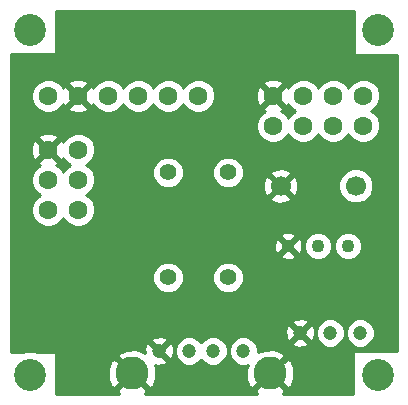
<source format=gbl>
G04 (created by PCBNEW (22-Jun-2014 BZR 4027)-stable) date Wed 03 Feb 2016 19:08:17 GMT*
%MOIN*%
G04 Gerber Fmt 3.4, Leading zero omitted, Abs format*
%FSLAX34Y34*%
G01*
G70*
G90*
G04 APERTURE LIST*
%ADD10C,0.00590551*%
%ADD11C,0.0001*%
%ADD12C,0.0629921*%
%ADD13C,0.055*%
%ADD14C,0.110236*%
%ADD15C,0.0472441*%
%ADD16C,0.0433071*%
%ADD17C,0.0669291*%
%ADD18C,0.106299*%
%ADD19C,0.035*%
%ADD20C,0.01*%
G04 APERTURE END LIST*
G54D10*
G54D11*
G36*
X72122Y-68078D02*
X72165Y-68078D01*
X72165Y-66870D01*
X72165Y-66816D01*
X72165Y-66759D01*
X72165Y-66715D01*
X72166Y-66682D01*
X72167Y-66659D01*
X72169Y-66644D01*
X72171Y-66635D01*
X72174Y-66632D01*
X72184Y-66630D01*
X72205Y-66625D01*
X72236Y-66619D01*
X72275Y-66611D01*
X72319Y-66603D01*
X72348Y-66598D01*
X72394Y-66589D01*
X72436Y-66581D01*
X72471Y-66574D01*
X72497Y-66568D01*
X72512Y-66565D01*
X72516Y-66563D01*
X72520Y-66555D01*
X72529Y-66536D01*
X72541Y-66509D01*
X72555Y-66477D01*
X72570Y-66442D01*
X72585Y-66406D01*
X72599Y-66372D01*
X72611Y-66343D01*
X72619Y-66321D01*
X72624Y-66308D01*
X72624Y-66307D01*
X72620Y-66297D01*
X72610Y-66278D01*
X72594Y-66254D01*
X72579Y-66231D01*
X72535Y-66169D01*
X72500Y-66117D01*
X72473Y-66076D01*
X72453Y-66045D01*
X72440Y-66023D01*
X72434Y-66010D01*
X72433Y-66008D01*
X72438Y-66000D01*
X72451Y-65984D01*
X72471Y-65962D01*
X72497Y-65935D01*
X72525Y-65905D01*
X72556Y-65874D01*
X72587Y-65843D01*
X72616Y-65814D01*
X72642Y-65789D01*
X72663Y-65769D01*
X72678Y-65757D01*
X72684Y-65753D01*
X72692Y-65757D01*
X72710Y-65768D01*
X72736Y-65784D01*
X72768Y-65806D01*
X72806Y-65831D01*
X72836Y-65852D01*
X72877Y-65879D01*
X72913Y-65904D01*
X72944Y-65924D01*
X72968Y-65939D01*
X72984Y-65948D01*
X72989Y-65951D01*
X72999Y-65948D01*
X73020Y-65941D01*
X73048Y-65930D01*
X73081Y-65916D01*
X73117Y-65902D01*
X73152Y-65886D01*
X73184Y-65872D01*
X73211Y-65859D01*
X73230Y-65850D01*
X73239Y-65844D01*
X73239Y-65844D01*
X73242Y-65834D01*
X73247Y-65813D01*
X73253Y-65782D01*
X73261Y-65743D01*
X73269Y-65699D01*
X73274Y-65675D01*
X73282Y-65629D01*
X73291Y-65586D01*
X73298Y-65550D01*
X73304Y-65522D01*
X73308Y-65504D01*
X73309Y-65500D01*
X73312Y-65495D01*
X73315Y-65492D01*
X73322Y-65489D01*
X73333Y-65487D01*
X73350Y-65486D01*
X73375Y-65485D01*
X73410Y-65485D01*
X73456Y-65484D01*
X73492Y-65484D01*
X73543Y-65485D01*
X73588Y-65485D01*
X73625Y-65487D01*
X73653Y-65488D01*
X73669Y-65490D01*
X73673Y-65491D01*
X73675Y-65499D01*
X73680Y-65520D01*
X73686Y-65550D01*
X73694Y-65589D01*
X73702Y-65633D01*
X73709Y-65670D01*
X73718Y-65717D01*
X73727Y-65761D01*
X73735Y-65798D01*
X73742Y-65826D01*
X73747Y-65844D01*
X73750Y-65849D01*
X73760Y-65856D01*
X73780Y-65865D01*
X73808Y-65877D01*
X73841Y-65891D01*
X73877Y-65905D01*
X73912Y-65919D01*
X73945Y-65932D01*
X73973Y-65941D01*
X73993Y-65947D01*
X74002Y-65949D01*
X74010Y-65944D01*
X74029Y-65932D01*
X74055Y-65915D01*
X74088Y-65893D01*
X74126Y-65868D01*
X74152Y-65849D01*
X74192Y-65822D01*
X74227Y-65798D01*
X74258Y-65778D01*
X74282Y-65763D01*
X74296Y-65755D01*
X74300Y-65753D01*
X74308Y-65758D01*
X74324Y-65771D01*
X74346Y-65792D01*
X74374Y-65819D01*
X74407Y-65851D01*
X74432Y-65876D01*
X74473Y-65917D01*
X74505Y-65950D01*
X74528Y-65975D01*
X74542Y-65993D01*
X74550Y-66005D01*
X74551Y-66012D01*
X74546Y-66021D01*
X74535Y-66040D01*
X74517Y-66068D01*
X74495Y-66101D01*
X74470Y-66138D01*
X74455Y-66160D01*
X74429Y-66199D01*
X74405Y-66235D01*
X74385Y-66266D01*
X74371Y-66289D01*
X74363Y-66304D01*
X74362Y-66308D01*
X74365Y-66318D01*
X74372Y-66338D01*
X74383Y-66366D01*
X74397Y-66399D01*
X74411Y-66435D01*
X74426Y-66471D01*
X74441Y-66503D01*
X74453Y-66531D01*
X74463Y-66551D01*
X74468Y-66561D01*
X74468Y-66561D01*
X74477Y-66564D01*
X74497Y-66569D01*
X74527Y-66576D01*
X74565Y-66584D01*
X74609Y-66592D01*
X74638Y-66598D01*
X74685Y-66607D01*
X74727Y-66615D01*
X74763Y-66622D01*
X74791Y-66627D01*
X74808Y-66631D01*
X74812Y-66632D01*
X74815Y-66640D01*
X74818Y-66660D01*
X74819Y-66689D01*
X74821Y-66725D01*
X74822Y-66767D01*
X74822Y-66810D01*
X74822Y-66854D01*
X74822Y-66896D01*
X74820Y-66933D01*
X74818Y-66964D01*
X74816Y-66985D01*
X74813Y-66995D01*
X74813Y-66995D01*
X74803Y-66998D01*
X74782Y-67003D01*
X74752Y-67010D01*
X74713Y-67018D01*
X74669Y-67026D01*
X74645Y-67031D01*
X74600Y-67039D01*
X74558Y-67048D01*
X74523Y-67056D01*
X74497Y-67062D01*
X74481Y-67067D01*
X74478Y-67069D01*
X74473Y-67078D01*
X74464Y-67098D01*
X74452Y-67126D01*
X74437Y-67159D01*
X74423Y-67196D01*
X74408Y-67233D01*
X74394Y-67268D01*
X74382Y-67298D01*
X74374Y-67322D01*
X74370Y-67336D01*
X74369Y-67338D01*
X74373Y-67346D01*
X74384Y-67364D01*
X74401Y-67390D01*
X74422Y-67422D01*
X74447Y-67459D01*
X74461Y-67479D01*
X74488Y-67518D01*
X74511Y-67553D01*
X74530Y-67584D01*
X74544Y-67607D01*
X74552Y-67621D01*
X74553Y-67625D01*
X74548Y-67632D01*
X74535Y-67648D01*
X74515Y-67670D01*
X74490Y-67697D01*
X74461Y-67727D01*
X74431Y-67758D01*
X74400Y-67789D01*
X74371Y-67818D01*
X74345Y-67843D01*
X74324Y-67863D01*
X74310Y-67876D01*
X74303Y-67880D01*
X74296Y-67876D01*
X74279Y-67866D01*
X74254Y-67849D01*
X74222Y-67828D01*
X74186Y-67803D01*
X74164Y-67788D01*
X74125Y-67762D01*
X74090Y-67739D01*
X74060Y-67719D01*
X74037Y-67705D01*
X74023Y-67697D01*
X74020Y-67696D01*
X74010Y-67699D01*
X73991Y-67708D01*
X73966Y-67720D01*
X73949Y-67729D01*
X73919Y-67744D01*
X73899Y-67753D01*
X73884Y-67753D01*
X73873Y-67744D01*
X73863Y-67725D01*
X73850Y-67693D01*
X73848Y-67689D01*
X73840Y-67670D01*
X73828Y-67639D01*
X73812Y-67600D01*
X73793Y-67553D01*
X73771Y-67502D01*
X73749Y-67447D01*
X73734Y-67412D01*
X73712Y-67359D01*
X73692Y-67309D01*
X73675Y-67266D01*
X73660Y-67229D01*
X73649Y-67201D01*
X73643Y-67183D01*
X73641Y-67178D01*
X73647Y-67169D01*
X73661Y-67155D01*
X73682Y-67138D01*
X73691Y-67131D01*
X73750Y-67082D01*
X73795Y-67030D01*
X73828Y-66975D01*
X73849Y-66915D01*
X73859Y-66848D01*
X73860Y-66812D01*
X73854Y-66740D01*
X73835Y-66674D01*
X73802Y-66613D01*
X73757Y-66558D01*
X73740Y-66542D01*
X73683Y-66500D01*
X73621Y-66470D01*
X73556Y-66452D01*
X73490Y-66447D01*
X73423Y-66453D01*
X73359Y-66472D01*
X73298Y-66502D01*
X73243Y-66545D01*
X73224Y-66563D01*
X73179Y-66620D01*
X73148Y-66680D01*
X73129Y-66745D01*
X73123Y-66816D01*
X73123Y-66817D01*
X73130Y-66888D01*
X73149Y-66955D01*
X73181Y-67016D01*
X73227Y-67072D01*
X73285Y-67124D01*
X73301Y-67136D01*
X73322Y-67152D01*
X73337Y-67166D01*
X73344Y-67176D01*
X73345Y-67177D01*
X73342Y-67187D01*
X73335Y-67207D01*
X73324Y-67234D01*
X73311Y-67266D01*
X73310Y-67270D01*
X73298Y-67299D01*
X73281Y-67338D01*
X73262Y-67385D01*
X73240Y-67437D01*
X73217Y-67492D01*
X73195Y-67547D01*
X73193Y-67551D01*
X73172Y-67601D01*
X73153Y-67646D01*
X73136Y-67686D01*
X73122Y-67718D01*
X73112Y-67741D01*
X73106Y-67754D01*
X73105Y-67755D01*
X73096Y-67755D01*
X73078Y-67748D01*
X73052Y-67737D01*
X73036Y-67729D01*
X73008Y-67715D01*
X72985Y-67704D01*
X72969Y-67697D01*
X72964Y-67696D01*
X72956Y-67700D01*
X72938Y-67711D01*
X72912Y-67727D01*
X72880Y-67748D01*
X72844Y-67773D01*
X72833Y-67780D01*
X72796Y-67806D01*
X72761Y-67829D01*
X72732Y-67849D01*
X72710Y-67863D01*
X72697Y-67872D01*
X72695Y-67873D01*
X72689Y-67875D01*
X72683Y-67874D01*
X72675Y-67870D01*
X72663Y-67862D01*
X72647Y-67847D01*
X72624Y-67826D01*
X72595Y-67797D01*
X72556Y-67759D01*
X72556Y-67759D01*
X72520Y-67722D01*
X72488Y-67689D01*
X72463Y-67662D01*
X72444Y-67640D01*
X72435Y-67627D01*
X72433Y-67624D01*
X72437Y-67614D01*
X72448Y-67595D01*
X72464Y-67568D01*
X72486Y-67535D01*
X72511Y-67498D01*
X72525Y-67477D01*
X72551Y-67439D01*
X72574Y-67404D01*
X72594Y-67375D01*
X72608Y-67353D01*
X72616Y-67340D01*
X72617Y-67338D01*
X72614Y-67329D01*
X72607Y-67309D01*
X72596Y-67282D01*
X72584Y-67249D01*
X72569Y-67213D01*
X72554Y-67177D01*
X72540Y-67142D01*
X72527Y-67111D01*
X72517Y-67088D01*
X72510Y-67074D01*
X72509Y-67072D01*
X72503Y-67067D01*
X72490Y-67063D01*
X72470Y-67057D01*
X72441Y-67050D01*
X72403Y-67042D01*
X72353Y-67033D01*
X72291Y-67021D01*
X72253Y-67014D01*
X72223Y-67009D01*
X72198Y-67004D01*
X72181Y-67000D01*
X72177Y-66999D01*
X72173Y-66997D01*
X72170Y-66993D01*
X72168Y-66983D01*
X72167Y-66968D01*
X72166Y-66945D01*
X72165Y-66913D01*
X72165Y-66870D01*
X72165Y-68078D01*
X73500Y-68078D01*
X74878Y-68078D01*
X74878Y-66700D01*
X74878Y-65322D01*
X73500Y-65322D01*
X72122Y-65322D01*
X72122Y-66700D01*
X72122Y-68078D01*
X72122Y-68078D01*
X72122Y-68078D01*
G37*
G36*
X72322Y-67928D02*
X72365Y-67928D01*
X72365Y-66720D01*
X72365Y-66666D01*
X72365Y-66609D01*
X72365Y-66565D01*
X72366Y-66532D01*
X72367Y-66509D01*
X72369Y-66494D01*
X72371Y-66485D01*
X72374Y-66482D01*
X72384Y-66480D01*
X72405Y-66475D01*
X72436Y-66469D01*
X72475Y-66461D01*
X72519Y-66453D01*
X72548Y-66448D01*
X72594Y-66439D01*
X72636Y-66431D01*
X72671Y-66424D01*
X72697Y-66418D01*
X72712Y-66415D01*
X72716Y-66413D01*
X72720Y-66405D01*
X72729Y-66386D01*
X72741Y-66359D01*
X72755Y-66327D01*
X72770Y-66292D01*
X72785Y-66256D01*
X72799Y-66222D01*
X72811Y-66193D01*
X72819Y-66171D01*
X72824Y-66158D01*
X72824Y-66157D01*
X72820Y-66147D01*
X72810Y-66128D01*
X72794Y-66104D01*
X72779Y-66081D01*
X72735Y-66019D01*
X72700Y-65967D01*
X72673Y-65926D01*
X72653Y-65895D01*
X72640Y-65873D01*
X72634Y-65860D01*
X72633Y-65858D01*
X72638Y-65850D01*
X72651Y-65834D01*
X72671Y-65812D01*
X72697Y-65785D01*
X72725Y-65755D01*
X72756Y-65724D01*
X72787Y-65693D01*
X72816Y-65664D01*
X72842Y-65639D01*
X72863Y-65619D01*
X72878Y-65607D01*
X72884Y-65603D01*
X72892Y-65607D01*
X72910Y-65618D01*
X72936Y-65634D01*
X72968Y-65656D01*
X73006Y-65681D01*
X73036Y-65702D01*
X73077Y-65729D01*
X73113Y-65754D01*
X73144Y-65774D01*
X73168Y-65789D01*
X73184Y-65798D01*
X73189Y-65801D01*
X73199Y-65798D01*
X73220Y-65791D01*
X73248Y-65780D01*
X73281Y-65766D01*
X73317Y-65752D01*
X73352Y-65736D01*
X73384Y-65722D01*
X73411Y-65709D01*
X73430Y-65700D01*
X73439Y-65694D01*
X73439Y-65694D01*
X73442Y-65684D01*
X73447Y-65663D01*
X73453Y-65632D01*
X73461Y-65593D01*
X73469Y-65549D01*
X73474Y-65525D01*
X73482Y-65479D01*
X73491Y-65436D01*
X73498Y-65400D01*
X73504Y-65372D01*
X73508Y-65354D01*
X73509Y-65350D01*
X73512Y-65345D01*
X73515Y-65342D01*
X73522Y-65339D01*
X73533Y-65337D01*
X73550Y-65336D01*
X73575Y-65335D01*
X73610Y-65335D01*
X73656Y-65334D01*
X73692Y-65334D01*
X73743Y-65335D01*
X73788Y-65335D01*
X73825Y-65337D01*
X73853Y-65338D01*
X73869Y-65340D01*
X73873Y-65341D01*
X73875Y-65349D01*
X73880Y-65370D01*
X73886Y-65400D01*
X73894Y-65439D01*
X73902Y-65483D01*
X73909Y-65520D01*
X73918Y-65567D01*
X73927Y-65611D01*
X73935Y-65648D01*
X73942Y-65676D01*
X73947Y-65694D01*
X73950Y-65699D01*
X73960Y-65706D01*
X73980Y-65715D01*
X74008Y-65727D01*
X74041Y-65741D01*
X74077Y-65755D01*
X74112Y-65769D01*
X74145Y-65782D01*
X74173Y-65791D01*
X74193Y-65797D01*
X74202Y-65799D01*
X74210Y-65794D01*
X74229Y-65782D01*
X74255Y-65765D01*
X74288Y-65743D01*
X74326Y-65718D01*
X74352Y-65699D01*
X74392Y-65672D01*
X74427Y-65648D01*
X74458Y-65628D01*
X74482Y-65613D01*
X74496Y-65605D01*
X74500Y-65603D01*
X74508Y-65608D01*
X74524Y-65621D01*
X74546Y-65642D01*
X74574Y-65669D01*
X74607Y-65701D01*
X74632Y-65726D01*
X74673Y-65767D01*
X74705Y-65800D01*
X74728Y-65825D01*
X74742Y-65843D01*
X74750Y-65855D01*
X74751Y-65862D01*
X74746Y-65871D01*
X74735Y-65890D01*
X74717Y-65918D01*
X74695Y-65951D01*
X74670Y-65988D01*
X74655Y-66010D01*
X74629Y-66049D01*
X74605Y-66085D01*
X74585Y-66116D01*
X74571Y-66139D01*
X74563Y-66154D01*
X74562Y-66158D01*
X74565Y-66168D01*
X74572Y-66188D01*
X74583Y-66216D01*
X74597Y-66249D01*
X74611Y-66285D01*
X74626Y-66321D01*
X74641Y-66353D01*
X74653Y-66381D01*
X74663Y-66401D01*
X74668Y-66411D01*
X74668Y-66411D01*
X74677Y-66414D01*
X74697Y-66419D01*
X74727Y-66426D01*
X74765Y-66434D01*
X74809Y-66442D01*
X74838Y-66448D01*
X74885Y-66457D01*
X74927Y-66465D01*
X74963Y-66472D01*
X74991Y-66477D01*
X75008Y-66481D01*
X75012Y-66482D01*
X75015Y-66490D01*
X75018Y-66510D01*
X75019Y-66539D01*
X75021Y-66575D01*
X75022Y-66617D01*
X75022Y-66660D01*
X75022Y-66704D01*
X75022Y-66746D01*
X75020Y-66783D01*
X75018Y-66814D01*
X75016Y-66835D01*
X75013Y-66845D01*
X75013Y-66845D01*
X75003Y-66848D01*
X74982Y-66853D01*
X74952Y-66860D01*
X74913Y-66868D01*
X74869Y-66876D01*
X74845Y-66881D01*
X74800Y-66889D01*
X74758Y-66898D01*
X74723Y-66906D01*
X74697Y-66912D01*
X74681Y-66917D01*
X74678Y-66919D01*
X74673Y-66928D01*
X74664Y-66948D01*
X74652Y-66976D01*
X74637Y-67009D01*
X74623Y-67046D01*
X74608Y-67083D01*
X74594Y-67118D01*
X74582Y-67148D01*
X74574Y-67172D01*
X74570Y-67186D01*
X74569Y-67188D01*
X74573Y-67196D01*
X74584Y-67214D01*
X74601Y-67240D01*
X74622Y-67272D01*
X74647Y-67309D01*
X74661Y-67329D01*
X74688Y-67368D01*
X74711Y-67403D01*
X74730Y-67434D01*
X74744Y-67457D01*
X74752Y-67471D01*
X74753Y-67475D01*
X74748Y-67482D01*
X74735Y-67498D01*
X74715Y-67520D01*
X74690Y-67547D01*
X74661Y-67577D01*
X74631Y-67608D01*
X74600Y-67639D01*
X74571Y-67668D01*
X74545Y-67693D01*
X74524Y-67713D01*
X74510Y-67726D01*
X74503Y-67730D01*
X74496Y-67726D01*
X74479Y-67716D01*
X74454Y-67699D01*
X74422Y-67678D01*
X74386Y-67653D01*
X74364Y-67638D01*
X74325Y-67612D01*
X74290Y-67589D01*
X74260Y-67569D01*
X74237Y-67555D01*
X74223Y-67547D01*
X74220Y-67546D01*
X74210Y-67549D01*
X74191Y-67558D01*
X74166Y-67570D01*
X74149Y-67579D01*
X74119Y-67594D01*
X74099Y-67603D01*
X74084Y-67603D01*
X74073Y-67594D01*
X74063Y-67575D01*
X74050Y-67543D01*
X74048Y-67539D01*
X74040Y-67520D01*
X74028Y-67489D01*
X74012Y-67450D01*
X73993Y-67403D01*
X73971Y-67352D01*
X73949Y-67297D01*
X73934Y-67262D01*
X73912Y-67209D01*
X73892Y-67159D01*
X73875Y-67116D01*
X73860Y-67079D01*
X73849Y-67051D01*
X73843Y-67033D01*
X73841Y-67028D01*
X73847Y-67019D01*
X73861Y-67005D01*
X73882Y-66988D01*
X73891Y-66981D01*
X73950Y-66932D01*
X73995Y-66880D01*
X74028Y-66825D01*
X74049Y-66765D01*
X74059Y-66698D01*
X74060Y-66662D01*
X74054Y-66590D01*
X74035Y-66524D01*
X74002Y-66463D01*
X73957Y-66408D01*
X73940Y-66392D01*
X73883Y-66350D01*
X73821Y-66320D01*
X73756Y-66302D01*
X73690Y-66297D01*
X73623Y-66303D01*
X73559Y-66322D01*
X73498Y-66352D01*
X73443Y-66395D01*
X73424Y-66413D01*
X73379Y-66470D01*
X73348Y-66530D01*
X73329Y-66595D01*
X73323Y-66666D01*
X73323Y-66667D01*
X73330Y-66738D01*
X73349Y-66805D01*
X73381Y-66866D01*
X73427Y-66922D01*
X73485Y-66974D01*
X73501Y-66986D01*
X73522Y-67002D01*
X73537Y-67016D01*
X73544Y-67026D01*
X73545Y-67027D01*
X73542Y-67037D01*
X73535Y-67057D01*
X73524Y-67084D01*
X73511Y-67116D01*
X73510Y-67120D01*
X73498Y-67149D01*
X73481Y-67188D01*
X73462Y-67235D01*
X73440Y-67287D01*
X73417Y-67342D01*
X73395Y-67397D01*
X73393Y-67401D01*
X73372Y-67451D01*
X73353Y-67496D01*
X73336Y-67536D01*
X73322Y-67568D01*
X73312Y-67591D01*
X73306Y-67604D01*
X73305Y-67605D01*
X73296Y-67605D01*
X73278Y-67598D01*
X73252Y-67587D01*
X73236Y-67579D01*
X73208Y-67565D01*
X73185Y-67554D01*
X73169Y-67547D01*
X73164Y-67546D01*
X73156Y-67550D01*
X73138Y-67561D01*
X73112Y-67577D01*
X73080Y-67598D01*
X73044Y-67623D01*
X73033Y-67630D01*
X72996Y-67656D01*
X72961Y-67679D01*
X72932Y-67699D01*
X72910Y-67713D01*
X72897Y-67722D01*
X72895Y-67723D01*
X72889Y-67725D01*
X72883Y-67724D01*
X72875Y-67720D01*
X72863Y-67712D01*
X72847Y-67697D01*
X72824Y-67676D01*
X72795Y-67647D01*
X72756Y-67609D01*
X72756Y-67609D01*
X72720Y-67572D01*
X72688Y-67539D01*
X72663Y-67512D01*
X72644Y-67490D01*
X72635Y-67477D01*
X72633Y-67474D01*
X72637Y-67464D01*
X72648Y-67445D01*
X72664Y-67418D01*
X72686Y-67385D01*
X72711Y-67348D01*
X72725Y-67327D01*
X72751Y-67289D01*
X72774Y-67254D01*
X72794Y-67225D01*
X72808Y-67203D01*
X72816Y-67190D01*
X72817Y-67188D01*
X72814Y-67179D01*
X72807Y-67159D01*
X72796Y-67132D01*
X72784Y-67099D01*
X72769Y-67063D01*
X72754Y-67027D01*
X72740Y-66992D01*
X72727Y-66961D01*
X72717Y-66938D01*
X72710Y-66924D01*
X72709Y-66922D01*
X72703Y-66917D01*
X72690Y-66913D01*
X72670Y-66907D01*
X72641Y-66900D01*
X72603Y-66892D01*
X72553Y-66883D01*
X72491Y-66871D01*
X72453Y-66864D01*
X72423Y-66859D01*
X72398Y-66854D01*
X72381Y-66850D01*
X72377Y-66849D01*
X72373Y-66847D01*
X72370Y-66843D01*
X72368Y-66833D01*
X72367Y-66818D01*
X72366Y-66795D01*
X72365Y-66763D01*
X72365Y-66720D01*
X72365Y-67928D01*
X73700Y-67928D01*
X75078Y-67928D01*
X75078Y-66550D01*
X75078Y-65172D01*
X73700Y-65172D01*
X72322Y-65172D01*
X72322Y-66550D01*
X72322Y-67928D01*
X72322Y-67928D01*
X72322Y-67928D01*
G37*
G54D12*
X82000Y-61000D03*
X82000Y-60000D03*
X81000Y-60000D03*
X81000Y-61000D03*
X80000Y-61000D03*
X80000Y-60000D03*
X83000Y-60000D03*
X83000Y-61000D03*
G54D13*
X78500Y-66050D03*
X78500Y-62550D03*
X76500Y-62550D03*
X76500Y-66050D03*
G54D12*
X75500Y-60000D03*
X74500Y-60000D03*
X73500Y-60000D03*
X72500Y-60000D03*
X76500Y-60000D03*
X77500Y-60000D03*
G54D14*
X75300Y-69250D03*
X79900Y-69250D03*
G54D15*
X76200Y-68500D03*
X77200Y-68500D03*
X78000Y-68500D03*
X79000Y-68500D03*
G54D12*
X72500Y-63800D03*
X72500Y-62800D03*
X72500Y-61800D03*
X73500Y-63800D03*
X73500Y-62800D03*
X73500Y-61800D03*
G54D16*
X81500Y-65000D03*
X80500Y-65000D03*
X82500Y-65000D03*
G54D17*
X82750Y-63000D03*
X80250Y-63000D03*
G54D15*
X81900Y-67900D03*
X80900Y-67900D03*
X82900Y-67900D03*
G54D18*
X83500Y-57800D03*
X71900Y-69300D03*
X71900Y-57800D03*
X83500Y-69300D03*
G54D19*
X71850Y-66800D03*
G54D10*
G36*
X84130Y-68500D02*
X83565Y-68500D01*
X83565Y-60888D01*
X83479Y-60680D01*
X83320Y-60521D01*
X83269Y-60500D01*
X83319Y-60479D01*
X83478Y-60320D01*
X83564Y-60112D01*
X83565Y-59888D01*
X83479Y-59680D01*
X83320Y-59521D01*
X83112Y-59435D01*
X82888Y-59434D01*
X82680Y-59520D01*
X82521Y-59679D01*
X82500Y-59730D01*
X82479Y-59680D01*
X82320Y-59521D01*
X82112Y-59435D01*
X81888Y-59434D01*
X81680Y-59520D01*
X81521Y-59679D01*
X81500Y-59730D01*
X81479Y-59680D01*
X81320Y-59521D01*
X81112Y-59435D01*
X80888Y-59434D01*
X80680Y-59520D01*
X80521Y-59679D01*
X80502Y-59724D01*
X80493Y-59703D01*
X80396Y-59673D01*
X80326Y-59744D01*
X80326Y-59603D01*
X80296Y-59506D01*
X80085Y-59430D01*
X79860Y-59441D01*
X79703Y-59506D01*
X79673Y-59603D01*
X80000Y-59929D01*
X80326Y-59603D01*
X80326Y-59744D01*
X80070Y-60000D01*
X80396Y-60326D01*
X80493Y-60296D01*
X80501Y-60273D01*
X80520Y-60319D01*
X80679Y-60478D01*
X80730Y-60499D01*
X80680Y-60520D01*
X80521Y-60679D01*
X80500Y-60730D01*
X80479Y-60680D01*
X80320Y-60521D01*
X80275Y-60502D01*
X80296Y-60493D01*
X80326Y-60396D01*
X80000Y-60070D01*
X79929Y-60141D01*
X79929Y-60000D01*
X79603Y-59673D01*
X79506Y-59703D01*
X79430Y-59914D01*
X79441Y-60139D01*
X79506Y-60296D01*
X79603Y-60326D01*
X79929Y-60000D01*
X79929Y-60141D01*
X79673Y-60396D01*
X79703Y-60493D01*
X79726Y-60501D01*
X79680Y-60520D01*
X79521Y-60679D01*
X79435Y-60887D01*
X79434Y-61111D01*
X79520Y-61319D01*
X79679Y-61478D01*
X79887Y-61564D01*
X80111Y-61565D01*
X80319Y-61479D01*
X80478Y-61320D01*
X80499Y-61269D01*
X80520Y-61319D01*
X80679Y-61478D01*
X80887Y-61564D01*
X81111Y-61565D01*
X81319Y-61479D01*
X81478Y-61320D01*
X81499Y-61269D01*
X81520Y-61319D01*
X81679Y-61478D01*
X81887Y-61564D01*
X82111Y-61565D01*
X82319Y-61479D01*
X82478Y-61320D01*
X82499Y-61269D01*
X82520Y-61319D01*
X82679Y-61478D01*
X82887Y-61564D01*
X83111Y-61565D01*
X83319Y-61479D01*
X83478Y-61320D01*
X83564Y-61112D01*
X83565Y-60888D01*
X83565Y-68500D01*
X83386Y-68500D01*
X83386Y-67803D01*
X83334Y-67678D01*
X83334Y-62884D01*
X83245Y-62669D01*
X83081Y-62504D01*
X82866Y-62415D01*
X82634Y-62415D01*
X82419Y-62504D01*
X82254Y-62668D01*
X82165Y-62883D01*
X82165Y-63115D01*
X82254Y-63330D01*
X82418Y-63495D01*
X82633Y-63584D01*
X82865Y-63584D01*
X83080Y-63495D01*
X83245Y-63331D01*
X83334Y-63116D01*
X83334Y-62884D01*
X83334Y-67678D01*
X83312Y-67624D01*
X83175Y-67488D01*
X82997Y-67413D01*
X82966Y-67413D01*
X82966Y-64907D01*
X82895Y-64736D01*
X82764Y-64604D01*
X82593Y-64533D01*
X82407Y-64533D01*
X82236Y-64604D01*
X82104Y-64735D01*
X82033Y-64906D01*
X82033Y-65092D01*
X82104Y-65263D01*
X82235Y-65395D01*
X82406Y-65466D01*
X82592Y-65466D01*
X82763Y-65395D01*
X82895Y-65264D01*
X82966Y-65093D01*
X82966Y-64907D01*
X82966Y-67413D01*
X82803Y-67413D01*
X82624Y-67487D01*
X82488Y-67624D01*
X82413Y-67802D01*
X82413Y-67996D01*
X82487Y-68175D01*
X82624Y-68311D01*
X82802Y-68386D01*
X82996Y-68386D01*
X83175Y-68312D01*
X83311Y-68175D01*
X83386Y-67997D01*
X83386Y-67803D01*
X83386Y-68500D01*
X82650Y-68500D01*
X82650Y-69930D01*
X82386Y-69930D01*
X82386Y-67803D01*
X82312Y-67624D01*
X82175Y-67488D01*
X81997Y-67413D01*
X81966Y-67413D01*
X81966Y-64907D01*
X81895Y-64736D01*
X81764Y-64604D01*
X81593Y-64533D01*
X81407Y-64533D01*
X81236Y-64604D01*
X81104Y-64735D01*
X81033Y-64906D01*
X81033Y-65092D01*
X81104Y-65263D01*
X81235Y-65395D01*
X81406Y-65466D01*
X81592Y-65466D01*
X81763Y-65395D01*
X81895Y-65264D01*
X81966Y-65093D01*
X81966Y-64907D01*
X81966Y-67413D01*
X81803Y-67413D01*
X81624Y-67487D01*
X81488Y-67624D01*
X81413Y-67802D01*
X81413Y-67996D01*
X81487Y-68175D01*
X81624Y-68311D01*
X81802Y-68386D01*
X81996Y-68386D01*
X82175Y-68312D01*
X82311Y-68175D01*
X82386Y-67997D01*
X82386Y-67803D01*
X82386Y-69930D01*
X81391Y-69930D01*
X81391Y-67966D01*
X81379Y-67773D01*
X81328Y-67650D01*
X81239Y-67631D01*
X81168Y-67701D01*
X81168Y-67560D01*
X81149Y-67471D01*
X80971Y-67410D01*
X80971Y-65061D01*
X80959Y-64876D01*
X80912Y-64762D01*
X80839Y-64748D01*
X80839Y-63090D01*
X80828Y-62857D01*
X80759Y-62691D01*
X80661Y-62659D01*
X80590Y-62730D01*
X80590Y-62588D01*
X80558Y-62490D01*
X80340Y-62410D01*
X80107Y-62421D01*
X79941Y-62490D01*
X79909Y-62588D01*
X80250Y-62929D01*
X80590Y-62588D01*
X80590Y-62730D01*
X80320Y-63000D01*
X80661Y-63340D01*
X80759Y-63308D01*
X80839Y-63090D01*
X80839Y-64748D01*
X80825Y-64745D01*
X80754Y-64816D01*
X80754Y-64674D01*
X80737Y-64587D01*
X80590Y-64538D01*
X80590Y-63411D01*
X80250Y-63070D01*
X80179Y-63141D01*
X80179Y-63000D01*
X79838Y-62659D01*
X79740Y-62691D01*
X79660Y-62909D01*
X79671Y-63142D01*
X79740Y-63308D01*
X79838Y-63340D01*
X80179Y-63000D01*
X80179Y-63141D01*
X79909Y-63411D01*
X79941Y-63509D01*
X80159Y-63589D01*
X80392Y-63578D01*
X80558Y-63509D01*
X80590Y-63411D01*
X80590Y-64538D01*
X80561Y-64528D01*
X80376Y-64540D01*
X80262Y-64587D01*
X80245Y-64674D01*
X80500Y-64929D01*
X80754Y-64674D01*
X80754Y-64816D01*
X80570Y-65000D01*
X80825Y-65254D01*
X80912Y-65237D01*
X80971Y-65061D01*
X80971Y-67410D01*
X80966Y-67408D01*
X80773Y-67420D01*
X80754Y-67428D01*
X80754Y-65325D01*
X80500Y-65070D01*
X80429Y-65141D01*
X80429Y-65000D01*
X80174Y-64745D01*
X80087Y-64762D01*
X80028Y-64938D01*
X80040Y-65123D01*
X80087Y-65237D01*
X80174Y-65254D01*
X80429Y-65000D01*
X80429Y-65141D01*
X80245Y-65325D01*
X80262Y-65412D01*
X80438Y-65471D01*
X80623Y-65459D01*
X80737Y-65412D01*
X80754Y-65325D01*
X80754Y-67428D01*
X80650Y-67471D01*
X80631Y-67560D01*
X80900Y-67829D01*
X81168Y-67560D01*
X81168Y-67701D01*
X80970Y-67900D01*
X81239Y-68168D01*
X81328Y-68149D01*
X81391Y-67966D01*
X81391Y-69930D01*
X81168Y-69930D01*
X81168Y-68239D01*
X80900Y-67970D01*
X80829Y-68041D01*
X80829Y-67900D01*
X80560Y-67631D01*
X80471Y-67650D01*
X80408Y-67833D01*
X80420Y-68026D01*
X80471Y-68149D01*
X80560Y-68168D01*
X80829Y-67900D01*
X80829Y-68041D01*
X80631Y-68239D01*
X80650Y-68328D01*
X80833Y-68391D01*
X81026Y-68379D01*
X81149Y-68328D01*
X81168Y-68239D01*
X81168Y-69930D01*
X80704Y-69930D01*
X80704Y-69391D01*
X80697Y-69073D01*
X80589Y-68811D01*
X80467Y-68753D01*
X80396Y-68823D01*
X80396Y-68682D01*
X80338Y-68560D01*
X80041Y-68445D01*
X79723Y-68452D01*
X79486Y-68550D01*
X79486Y-68403D01*
X79412Y-68224D01*
X79275Y-68088D01*
X79097Y-68013D01*
X79025Y-68013D01*
X79025Y-65946D01*
X79025Y-62446D01*
X78945Y-62253D01*
X78797Y-62105D01*
X78604Y-62025D01*
X78396Y-62024D01*
X78203Y-62104D01*
X78065Y-62242D01*
X78065Y-59888D01*
X77979Y-59680D01*
X77820Y-59521D01*
X77612Y-59435D01*
X77388Y-59434D01*
X77180Y-59520D01*
X77021Y-59679D01*
X77000Y-59730D01*
X76979Y-59680D01*
X76820Y-59521D01*
X76612Y-59435D01*
X76388Y-59434D01*
X76180Y-59520D01*
X76021Y-59679D01*
X76000Y-59730D01*
X75979Y-59680D01*
X75820Y-59521D01*
X75612Y-59435D01*
X75388Y-59434D01*
X75180Y-59520D01*
X75021Y-59679D01*
X75000Y-59730D01*
X74979Y-59680D01*
X74820Y-59521D01*
X74612Y-59435D01*
X74388Y-59434D01*
X74180Y-59520D01*
X74021Y-59679D01*
X74002Y-59724D01*
X73993Y-59703D01*
X73896Y-59673D01*
X73826Y-59744D01*
X73826Y-59603D01*
X73796Y-59506D01*
X73585Y-59430D01*
X73360Y-59441D01*
X73203Y-59506D01*
X73173Y-59603D01*
X73500Y-59929D01*
X73826Y-59603D01*
X73826Y-59744D01*
X73570Y-60000D01*
X73896Y-60326D01*
X73993Y-60296D01*
X74001Y-60273D01*
X74020Y-60319D01*
X74179Y-60478D01*
X74387Y-60564D01*
X74611Y-60565D01*
X74819Y-60479D01*
X74978Y-60320D01*
X74999Y-60269D01*
X75020Y-60319D01*
X75179Y-60478D01*
X75387Y-60564D01*
X75611Y-60565D01*
X75819Y-60479D01*
X75978Y-60320D01*
X75999Y-60269D01*
X76020Y-60319D01*
X76179Y-60478D01*
X76387Y-60564D01*
X76611Y-60565D01*
X76819Y-60479D01*
X76978Y-60320D01*
X76999Y-60269D01*
X77020Y-60319D01*
X77179Y-60478D01*
X77387Y-60564D01*
X77611Y-60565D01*
X77819Y-60479D01*
X77978Y-60320D01*
X78064Y-60112D01*
X78065Y-59888D01*
X78065Y-62242D01*
X78055Y-62252D01*
X77975Y-62445D01*
X77974Y-62653D01*
X78054Y-62847D01*
X78202Y-62994D01*
X78395Y-63074D01*
X78603Y-63075D01*
X78797Y-62995D01*
X78944Y-62847D01*
X79024Y-62654D01*
X79025Y-62446D01*
X79025Y-65946D01*
X78945Y-65753D01*
X78797Y-65605D01*
X78604Y-65525D01*
X78396Y-65524D01*
X78203Y-65604D01*
X78055Y-65752D01*
X77975Y-65945D01*
X77974Y-66153D01*
X78054Y-66347D01*
X78202Y-66494D01*
X78395Y-66574D01*
X78603Y-66575D01*
X78797Y-66495D01*
X78944Y-66347D01*
X79024Y-66154D01*
X79025Y-65946D01*
X79025Y-68013D01*
X78903Y-68013D01*
X78724Y-68087D01*
X78588Y-68224D01*
X78513Y-68402D01*
X78513Y-68596D01*
X78587Y-68775D01*
X78724Y-68911D01*
X78902Y-68986D01*
X79096Y-68986D01*
X79151Y-68963D01*
X79095Y-69108D01*
X79102Y-69426D01*
X79210Y-69688D01*
X79332Y-69746D01*
X79829Y-69250D01*
X79823Y-69244D01*
X79894Y-69173D01*
X79900Y-69179D01*
X80396Y-68682D01*
X80396Y-68823D01*
X79970Y-69250D01*
X80467Y-69746D01*
X80589Y-69688D01*
X80704Y-69391D01*
X80704Y-69930D01*
X80342Y-69930D01*
X80396Y-69817D01*
X79900Y-69320D01*
X79403Y-69817D01*
X79457Y-69930D01*
X78486Y-69930D01*
X78486Y-68403D01*
X78412Y-68224D01*
X78275Y-68088D01*
X78097Y-68013D01*
X77903Y-68013D01*
X77724Y-68087D01*
X77599Y-68212D01*
X77475Y-68088D01*
X77297Y-68013D01*
X77103Y-68013D01*
X77025Y-68046D01*
X77025Y-65946D01*
X77025Y-62446D01*
X76945Y-62253D01*
X76797Y-62105D01*
X76604Y-62025D01*
X76396Y-62024D01*
X76203Y-62104D01*
X76055Y-62252D01*
X75975Y-62445D01*
X75974Y-62653D01*
X76054Y-62847D01*
X76202Y-62994D01*
X76395Y-63074D01*
X76603Y-63075D01*
X76797Y-62995D01*
X76944Y-62847D01*
X77024Y-62654D01*
X77025Y-62446D01*
X77025Y-65946D01*
X76945Y-65753D01*
X76797Y-65605D01*
X76604Y-65525D01*
X76396Y-65524D01*
X76203Y-65604D01*
X76055Y-65752D01*
X75975Y-65945D01*
X75974Y-66153D01*
X76054Y-66347D01*
X76202Y-66494D01*
X76395Y-66574D01*
X76603Y-66575D01*
X76797Y-66495D01*
X76944Y-66347D01*
X77024Y-66154D01*
X77025Y-65946D01*
X77025Y-68046D01*
X76924Y-68087D01*
X76788Y-68224D01*
X76713Y-68402D01*
X76713Y-68596D01*
X76787Y-68775D01*
X76924Y-68911D01*
X77102Y-68986D01*
X77296Y-68986D01*
X77475Y-68912D01*
X77600Y-68787D01*
X77724Y-68911D01*
X77902Y-68986D01*
X78096Y-68986D01*
X78275Y-68912D01*
X78411Y-68775D01*
X78486Y-68597D01*
X78486Y-68403D01*
X78486Y-69930D01*
X76691Y-69930D01*
X76691Y-68566D01*
X76679Y-68373D01*
X76628Y-68250D01*
X76539Y-68231D01*
X76468Y-68301D01*
X76468Y-68160D01*
X76449Y-68071D01*
X76266Y-68008D01*
X76073Y-68020D01*
X75950Y-68071D01*
X75931Y-68160D01*
X76200Y-68429D01*
X76468Y-68160D01*
X76468Y-68301D01*
X76270Y-68500D01*
X76539Y-68768D01*
X76628Y-68749D01*
X76691Y-68566D01*
X76691Y-69930D01*
X76468Y-69930D01*
X76468Y-68839D01*
X76200Y-68570D01*
X76194Y-68576D01*
X76123Y-68505D01*
X76129Y-68500D01*
X75860Y-68231D01*
X75771Y-68250D01*
X75708Y-68433D01*
X75716Y-68552D01*
X75441Y-68445D01*
X75123Y-68452D01*
X74861Y-68560D01*
X74803Y-68682D01*
X75300Y-69179D01*
X75305Y-69173D01*
X75376Y-69244D01*
X75370Y-69250D01*
X75867Y-69746D01*
X75989Y-69688D01*
X76104Y-69391D01*
X76097Y-69073D01*
X76052Y-68963D01*
X76133Y-68991D01*
X76326Y-68979D01*
X76449Y-68928D01*
X76468Y-68839D01*
X76468Y-69930D01*
X75742Y-69930D01*
X75796Y-69817D01*
X75300Y-69320D01*
X75229Y-69391D01*
X75229Y-69250D01*
X74732Y-68753D01*
X74610Y-68811D01*
X74495Y-69108D01*
X74502Y-69426D01*
X74610Y-69688D01*
X74732Y-69746D01*
X75229Y-69250D01*
X75229Y-69391D01*
X74803Y-69817D01*
X74857Y-69930D01*
X74065Y-69930D01*
X74065Y-63688D01*
X73979Y-63480D01*
X73820Y-63321D01*
X73769Y-63300D01*
X73819Y-63279D01*
X73978Y-63120D01*
X74064Y-62912D01*
X74065Y-62688D01*
X73979Y-62480D01*
X73820Y-62321D01*
X73769Y-62300D01*
X73819Y-62279D01*
X73978Y-62120D01*
X74064Y-61912D01*
X74065Y-61688D01*
X73979Y-61480D01*
X73826Y-61326D01*
X73826Y-60396D01*
X73500Y-60070D01*
X73429Y-60141D01*
X73429Y-60000D01*
X73103Y-59673D01*
X73006Y-59703D01*
X72998Y-59726D01*
X72979Y-59680D01*
X72820Y-59521D01*
X72612Y-59435D01*
X72388Y-59434D01*
X72180Y-59520D01*
X72021Y-59679D01*
X71935Y-59887D01*
X71934Y-60111D01*
X72020Y-60319D01*
X72179Y-60478D01*
X72387Y-60564D01*
X72611Y-60565D01*
X72819Y-60479D01*
X72978Y-60320D01*
X72997Y-60275D01*
X73006Y-60296D01*
X73103Y-60326D01*
X73429Y-60000D01*
X73429Y-60141D01*
X73173Y-60396D01*
X73203Y-60493D01*
X73414Y-60569D01*
X73639Y-60558D01*
X73796Y-60493D01*
X73826Y-60396D01*
X73826Y-61326D01*
X73820Y-61321D01*
X73612Y-61235D01*
X73388Y-61234D01*
X73180Y-61320D01*
X73021Y-61479D01*
X73002Y-61524D01*
X72993Y-61503D01*
X72896Y-61473D01*
X72826Y-61544D01*
X72826Y-61403D01*
X72796Y-61306D01*
X72585Y-61230D01*
X72360Y-61241D01*
X72203Y-61306D01*
X72173Y-61403D01*
X72500Y-61729D01*
X72826Y-61403D01*
X72826Y-61544D01*
X72570Y-61800D01*
X72896Y-62126D01*
X72993Y-62096D01*
X73001Y-62073D01*
X73020Y-62119D01*
X73179Y-62278D01*
X73230Y-62299D01*
X73180Y-62320D01*
X73021Y-62479D01*
X73000Y-62530D01*
X72979Y-62480D01*
X72820Y-62321D01*
X72775Y-62302D01*
X72796Y-62293D01*
X72826Y-62196D01*
X72500Y-61870D01*
X72429Y-61941D01*
X72429Y-61800D01*
X72103Y-61473D01*
X72006Y-61503D01*
X71930Y-61714D01*
X71941Y-61939D01*
X72006Y-62096D01*
X72103Y-62126D01*
X72429Y-61800D01*
X72429Y-61941D01*
X72173Y-62196D01*
X72203Y-62293D01*
X72226Y-62301D01*
X72180Y-62320D01*
X72021Y-62479D01*
X71935Y-62687D01*
X71934Y-62911D01*
X72020Y-63119D01*
X72179Y-63278D01*
X72230Y-63299D01*
X72180Y-63320D01*
X72021Y-63479D01*
X71935Y-63687D01*
X71934Y-63911D01*
X72020Y-64119D01*
X72179Y-64278D01*
X72387Y-64364D01*
X72611Y-64365D01*
X72819Y-64279D01*
X72978Y-64120D01*
X72999Y-64069D01*
X73020Y-64119D01*
X73179Y-64278D01*
X73387Y-64364D01*
X73611Y-64365D01*
X73819Y-64279D01*
X73978Y-64120D01*
X74064Y-63912D01*
X74065Y-63688D01*
X74065Y-69930D01*
X72750Y-69930D01*
X72750Y-68550D01*
X72131Y-68550D01*
X72056Y-68518D01*
X71745Y-68518D01*
X71668Y-68550D01*
X71269Y-68550D01*
X71269Y-58600D01*
X72750Y-58600D01*
X72750Y-57169D01*
X82700Y-57169D01*
X82700Y-58650D01*
X84130Y-58650D01*
X84130Y-68500D01*
X84130Y-68500D01*
G37*
G54D20*
X84130Y-68500D02*
X83565Y-68500D01*
X83565Y-60888D01*
X83479Y-60680D01*
X83320Y-60521D01*
X83269Y-60500D01*
X83319Y-60479D01*
X83478Y-60320D01*
X83564Y-60112D01*
X83565Y-59888D01*
X83479Y-59680D01*
X83320Y-59521D01*
X83112Y-59435D01*
X82888Y-59434D01*
X82680Y-59520D01*
X82521Y-59679D01*
X82500Y-59730D01*
X82479Y-59680D01*
X82320Y-59521D01*
X82112Y-59435D01*
X81888Y-59434D01*
X81680Y-59520D01*
X81521Y-59679D01*
X81500Y-59730D01*
X81479Y-59680D01*
X81320Y-59521D01*
X81112Y-59435D01*
X80888Y-59434D01*
X80680Y-59520D01*
X80521Y-59679D01*
X80502Y-59724D01*
X80493Y-59703D01*
X80396Y-59673D01*
X80326Y-59744D01*
X80326Y-59603D01*
X80296Y-59506D01*
X80085Y-59430D01*
X79860Y-59441D01*
X79703Y-59506D01*
X79673Y-59603D01*
X80000Y-59929D01*
X80326Y-59603D01*
X80326Y-59744D01*
X80070Y-60000D01*
X80396Y-60326D01*
X80493Y-60296D01*
X80501Y-60273D01*
X80520Y-60319D01*
X80679Y-60478D01*
X80730Y-60499D01*
X80680Y-60520D01*
X80521Y-60679D01*
X80500Y-60730D01*
X80479Y-60680D01*
X80320Y-60521D01*
X80275Y-60502D01*
X80296Y-60493D01*
X80326Y-60396D01*
X80000Y-60070D01*
X79929Y-60141D01*
X79929Y-60000D01*
X79603Y-59673D01*
X79506Y-59703D01*
X79430Y-59914D01*
X79441Y-60139D01*
X79506Y-60296D01*
X79603Y-60326D01*
X79929Y-60000D01*
X79929Y-60141D01*
X79673Y-60396D01*
X79703Y-60493D01*
X79726Y-60501D01*
X79680Y-60520D01*
X79521Y-60679D01*
X79435Y-60887D01*
X79434Y-61111D01*
X79520Y-61319D01*
X79679Y-61478D01*
X79887Y-61564D01*
X80111Y-61565D01*
X80319Y-61479D01*
X80478Y-61320D01*
X80499Y-61269D01*
X80520Y-61319D01*
X80679Y-61478D01*
X80887Y-61564D01*
X81111Y-61565D01*
X81319Y-61479D01*
X81478Y-61320D01*
X81499Y-61269D01*
X81520Y-61319D01*
X81679Y-61478D01*
X81887Y-61564D01*
X82111Y-61565D01*
X82319Y-61479D01*
X82478Y-61320D01*
X82499Y-61269D01*
X82520Y-61319D01*
X82679Y-61478D01*
X82887Y-61564D01*
X83111Y-61565D01*
X83319Y-61479D01*
X83478Y-61320D01*
X83564Y-61112D01*
X83565Y-60888D01*
X83565Y-68500D01*
X83386Y-68500D01*
X83386Y-67803D01*
X83334Y-67678D01*
X83334Y-62884D01*
X83245Y-62669D01*
X83081Y-62504D01*
X82866Y-62415D01*
X82634Y-62415D01*
X82419Y-62504D01*
X82254Y-62668D01*
X82165Y-62883D01*
X82165Y-63115D01*
X82254Y-63330D01*
X82418Y-63495D01*
X82633Y-63584D01*
X82865Y-63584D01*
X83080Y-63495D01*
X83245Y-63331D01*
X83334Y-63116D01*
X83334Y-62884D01*
X83334Y-67678D01*
X83312Y-67624D01*
X83175Y-67488D01*
X82997Y-67413D01*
X82966Y-67413D01*
X82966Y-64907D01*
X82895Y-64736D01*
X82764Y-64604D01*
X82593Y-64533D01*
X82407Y-64533D01*
X82236Y-64604D01*
X82104Y-64735D01*
X82033Y-64906D01*
X82033Y-65092D01*
X82104Y-65263D01*
X82235Y-65395D01*
X82406Y-65466D01*
X82592Y-65466D01*
X82763Y-65395D01*
X82895Y-65264D01*
X82966Y-65093D01*
X82966Y-64907D01*
X82966Y-67413D01*
X82803Y-67413D01*
X82624Y-67487D01*
X82488Y-67624D01*
X82413Y-67802D01*
X82413Y-67996D01*
X82487Y-68175D01*
X82624Y-68311D01*
X82802Y-68386D01*
X82996Y-68386D01*
X83175Y-68312D01*
X83311Y-68175D01*
X83386Y-67997D01*
X83386Y-67803D01*
X83386Y-68500D01*
X82650Y-68500D01*
X82650Y-69930D01*
X82386Y-69930D01*
X82386Y-67803D01*
X82312Y-67624D01*
X82175Y-67488D01*
X81997Y-67413D01*
X81966Y-67413D01*
X81966Y-64907D01*
X81895Y-64736D01*
X81764Y-64604D01*
X81593Y-64533D01*
X81407Y-64533D01*
X81236Y-64604D01*
X81104Y-64735D01*
X81033Y-64906D01*
X81033Y-65092D01*
X81104Y-65263D01*
X81235Y-65395D01*
X81406Y-65466D01*
X81592Y-65466D01*
X81763Y-65395D01*
X81895Y-65264D01*
X81966Y-65093D01*
X81966Y-64907D01*
X81966Y-67413D01*
X81803Y-67413D01*
X81624Y-67487D01*
X81488Y-67624D01*
X81413Y-67802D01*
X81413Y-67996D01*
X81487Y-68175D01*
X81624Y-68311D01*
X81802Y-68386D01*
X81996Y-68386D01*
X82175Y-68312D01*
X82311Y-68175D01*
X82386Y-67997D01*
X82386Y-67803D01*
X82386Y-69930D01*
X81391Y-69930D01*
X81391Y-67966D01*
X81379Y-67773D01*
X81328Y-67650D01*
X81239Y-67631D01*
X81168Y-67701D01*
X81168Y-67560D01*
X81149Y-67471D01*
X80971Y-67410D01*
X80971Y-65061D01*
X80959Y-64876D01*
X80912Y-64762D01*
X80839Y-64748D01*
X80839Y-63090D01*
X80828Y-62857D01*
X80759Y-62691D01*
X80661Y-62659D01*
X80590Y-62730D01*
X80590Y-62588D01*
X80558Y-62490D01*
X80340Y-62410D01*
X80107Y-62421D01*
X79941Y-62490D01*
X79909Y-62588D01*
X80250Y-62929D01*
X80590Y-62588D01*
X80590Y-62730D01*
X80320Y-63000D01*
X80661Y-63340D01*
X80759Y-63308D01*
X80839Y-63090D01*
X80839Y-64748D01*
X80825Y-64745D01*
X80754Y-64816D01*
X80754Y-64674D01*
X80737Y-64587D01*
X80590Y-64538D01*
X80590Y-63411D01*
X80250Y-63070D01*
X80179Y-63141D01*
X80179Y-63000D01*
X79838Y-62659D01*
X79740Y-62691D01*
X79660Y-62909D01*
X79671Y-63142D01*
X79740Y-63308D01*
X79838Y-63340D01*
X80179Y-63000D01*
X80179Y-63141D01*
X79909Y-63411D01*
X79941Y-63509D01*
X80159Y-63589D01*
X80392Y-63578D01*
X80558Y-63509D01*
X80590Y-63411D01*
X80590Y-64538D01*
X80561Y-64528D01*
X80376Y-64540D01*
X80262Y-64587D01*
X80245Y-64674D01*
X80500Y-64929D01*
X80754Y-64674D01*
X80754Y-64816D01*
X80570Y-65000D01*
X80825Y-65254D01*
X80912Y-65237D01*
X80971Y-65061D01*
X80971Y-67410D01*
X80966Y-67408D01*
X80773Y-67420D01*
X80754Y-67428D01*
X80754Y-65325D01*
X80500Y-65070D01*
X80429Y-65141D01*
X80429Y-65000D01*
X80174Y-64745D01*
X80087Y-64762D01*
X80028Y-64938D01*
X80040Y-65123D01*
X80087Y-65237D01*
X80174Y-65254D01*
X80429Y-65000D01*
X80429Y-65141D01*
X80245Y-65325D01*
X80262Y-65412D01*
X80438Y-65471D01*
X80623Y-65459D01*
X80737Y-65412D01*
X80754Y-65325D01*
X80754Y-67428D01*
X80650Y-67471D01*
X80631Y-67560D01*
X80900Y-67829D01*
X81168Y-67560D01*
X81168Y-67701D01*
X80970Y-67900D01*
X81239Y-68168D01*
X81328Y-68149D01*
X81391Y-67966D01*
X81391Y-69930D01*
X81168Y-69930D01*
X81168Y-68239D01*
X80900Y-67970D01*
X80829Y-68041D01*
X80829Y-67900D01*
X80560Y-67631D01*
X80471Y-67650D01*
X80408Y-67833D01*
X80420Y-68026D01*
X80471Y-68149D01*
X80560Y-68168D01*
X80829Y-67900D01*
X80829Y-68041D01*
X80631Y-68239D01*
X80650Y-68328D01*
X80833Y-68391D01*
X81026Y-68379D01*
X81149Y-68328D01*
X81168Y-68239D01*
X81168Y-69930D01*
X80704Y-69930D01*
X80704Y-69391D01*
X80697Y-69073D01*
X80589Y-68811D01*
X80467Y-68753D01*
X80396Y-68823D01*
X80396Y-68682D01*
X80338Y-68560D01*
X80041Y-68445D01*
X79723Y-68452D01*
X79486Y-68550D01*
X79486Y-68403D01*
X79412Y-68224D01*
X79275Y-68088D01*
X79097Y-68013D01*
X79025Y-68013D01*
X79025Y-65946D01*
X79025Y-62446D01*
X78945Y-62253D01*
X78797Y-62105D01*
X78604Y-62025D01*
X78396Y-62024D01*
X78203Y-62104D01*
X78065Y-62242D01*
X78065Y-59888D01*
X77979Y-59680D01*
X77820Y-59521D01*
X77612Y-59435D01*
X77388Y-59434D01*
X77180Y-59520D01*
X77021Y-59679D01*
X77000Y-59730D01*
X76979Y-59680D01*
X76820Y-59521D01*
X76612Y-59435D01*
X76388Y-59434D01*
X76180Y-59520D01*
X76021Y-59679D01*
X76000Y-59730D01*
X75979Y-59680D01*
X75820Y-59521D01*
X75612Y-59435D01*
X75388Y-59434D01*
X75180Y-59520D01*
X75021Y-59679D01*
X75000Y-59730D01*
X74979Y-59680D01*
X74820Y-59521D01*
X74612Y-59435D01*
X74388Y-59434D01*
X74180Y-59520D01*
X74021Y-59679D01*
X74002Y-59724D01*
X73993Y-59703D01*
X73896Y-59673D01*
X73826Y-59744D01*
X73826Y-59603D01*
X73796Y-59506D01*
X73585Y-59430D01*
X73360Y-59441D01*
X73203Y-59506D01*
X73173Y-59603D01*
X73500Y-59929D01*
X73826Y-59603D01*
X73826Y-59744D01*
X73570Y-60000D01*
X73896Y-60326D01*
X73993Y-60296D01*
X74001Y-60273D01*
X74020Y-60319D01*
X74179Y-60478D01*
X74387Y-60564D01*
X74611Y-60565D01*
X74819Y-60479D01*
X74978Y-60320D01*
X74999Y-60269D01*
X75020Y-60319D01*
X75179Y-60478D01*
X75387Y-60564D01*
X75611Y-60565D01*
X75819Y-60479D01*
X75978Y-60320D01*
X75999Y-60269D01*
X76020Y-60319D01*
X76179Y-60478D01*
X76387Y-60564D01*
X76611Y-60565D01*
X76819Y-60479D01*
X76978Y-60320D01*
X76999Y-60269D01*
X77020Y-60319D01*
X77179Y-60478D01*
X77387Y-60564D01*
X77611Y-60565D01*
X77819Y-60479D01*
X77978Y-60320D01*
X78064Y-60112D01*
X78065Y-59888D01*
X78065Y-62242D01*
X78055Y-62252D01*
X77975Y-62445D01*
X77974Y-62653D01*
X78054Y-62847D01*
X78202Y-62994D01*
X78395Y-63074D01*
X78603Y-63075D01*
X78797Y-62995D01*
X78944Y-62847D01*
X79024Y-62654D01*
X79025Y-62446D01*
X79025Y-65946D01*
X78945Y-65753D01*
X78797Y-65605D01*
X78604Y-65525D01*
X78396Y-65524D01*
X78203Y-65604D01*
X78055Y-65752D01*
X77975Y-65945D01*
X77974Y-66153D01*
X78054Y-66347D01*
X78202Y-66494D01*
X78395Y-66574D01*
X78603Y-66575D01*
X78797Y-66495D01*
X78944Y-66347D01*
X79024Y-66154D01*
X79025Y-65946D01*
X79025Y-68013D01*
X78903Y-68013D01*
X78724Y-68087D01*
X78588Y-68224D01*
X78513Y-68402D01*
X78513Y-68596D01*
X78587Y-68775D01*
X78724Y-68911D01*
X78902Y-68986D01*
X79096Y-68986D01*
X79151Y-68963D01*
X79095Y-69108D01*
X79102Y-69426D01*
X79210Y-69688D01*
X79332Y-69746D01*
X79829Y-69250D01*
X79823Y-69244D01*
X79894Y-69173D01*
X79900Y-69179D01*
X80396Y-68682D01*
X80396Y-68823D01*
X79970Y-69250D01*
X80467Y-69746D01*
X80589Y-69688D01*
X80704Y-69391D01*
X80704Y-69930D01*
X80342Y-69930D01*
X80396Y-69817D01*
X79900Y-69320D01*
X79403Y-69817D01*
X79457Y-69930D01*
X78486Y-69930D01*
X78486Y-68403D01*
X78412Y-68224D01*
X78275Y-68088D01*
X78097Y-68013D01*
X77903Y-68013D01*
X77724Y-68087D01*
X77599Y-68212D01*
X77475Y-68088D01*
X77297Y-68013D01*
X77103Y-68013D01*
X77025Y-68046D01*
X77025Y-65946D01*
X77025Y-62446D01*
X76945Y-62253D01*
X76797Y-62105D01*
X76604Y-62025D01*
X76396Y-62024D01*
X76203Y-62104D01*
X76055Y-62252D01*
X75975Y-62445D01*
X75974Y-62653D01*
X76054Y-62847D01*
X76202Y-62994D01*
X76395Y-63074D01*
X76603Y-63075D01*
X76797Y-62995D01*
X76944Y-62847D01*
X77024Y-62654D01*
X77025Y-62446D01*
X77025Y-65946D01*
X76945Y-65753D01*
X76797Y-65605D01*
X76604Y-65525D01*
X76396Y-65524D01*
X76203Y-65604D01*
X76055Y-65752D01*
X75975Y-65945D01*
X75974Y-66153D01*
X76054Y-66347D01*
X76202Y-66494D01*
X76395Y-66574D01*
X76603Y-66575D01*
X76797Y-66495D01*
X76944Y-66347D01*
X77024Y-66154D01*
X77025Y-65946D01*
X77025Y-68046D01*
X76924Y-68087D01*
X76788Y-68224D01*
X76713Y-68402D01*
X76713Y-68596D01*
X76787Y-68775D01*
X76924Y-68911D01*
X77102Y-68986D01*
X77296Y-68986D01*
X77475Y-68912D01*
X77600Y-68787D01*
X77724Y-68911D01*
X77902Y-68986D01*
X78096Y-68986D01*
X78275Y-68912D01*
X78411Y-68775D01*
X78486Y-68597D01*
X78486Y-68403D01*
X78486Y-69930D01*
X76691Y-69930D01*
X76691Y-68566D01*
X76679Y-68373D01*
X76628Y-68250D01*
X76539Y-68231D01*
X76468Y-68301D01*
X76468Y-68160D01*
X76449Y-68071D01*
X76266Y-68008D01*
X76073Y-68020D01*
X75950Y-68071D01*
X75931Y-68160D01*
X76200Y-68429D01*
X76468Y-68160D01*
X76468Y-68301D01*
X76270Y-68500D01*
X76539Y-68768D01*
X76628Y-68749D01*
X76691Y-68566D01*
X76691Y-69930D01*
X76468Y-69930D01*
X76468Y-68839D01*
X76200Y-68570D01*
X76194Y-68576D01*
X76123Y-68505D01*
X76129Y-68500D01*
X75860Y-68231D01*
X75771Y-68250D01*
X75708Y-68433D01*
X75716Y-68552D01*
X75441Y-68445D01*
X75123Y-68452D01*
X74861Y-68560D01*
X74803Y-68682D01*
X75300Y-69179D01*
X75305Y-69173D01*
X75376Y-69244D01*
X75370Y-69250D01*
X75867Y-69746D01*
X75989Y-69688D01*
X76104Y-69391D01*
X76097Y-69073D01*
X76052Y-68963D01*
X76133Y-68991D01*
X76326Y-68979D01*
X76449Y-68928D01*
X76468Y-68839D01*
X76468Y-69930D01*
X75742Y-69930D01*
X75796Y-69817D01*
X75300Y-69320D01*
X75229Y-69391D01*
X75229Y-69250D01*
X74732Y-68753D01*
X74610Y-68811D01*
X74495Y-69108D01*
X74502Y-69426D01*
X74610Y-69688D01*
X74732Y-69746D01*
X75229Y-69250D01*
X75229Y-69391D01*
X74803Y-69817D01*
X74857Y-69930D01*
X74065Y-69930D01*
X74065Y-63688D01*
X73979Y-63480D01*
X73820Y-63321D01*
X73769Y-63300D01*
X73819Y-63279D01*
X73978Y-63120D01*
X74064Y-62912D01*
X74065Y-62688D01*
X73979Y-62480D01*
X73820Y-62321D01*
X73769Y-62300D01*
X73819Y-62279D01*
X73978Y-62120D01*
X74064Y-61912D01*
X74065Y-61688D01*
X73979Y-61480D01*
X73826Y-61326D01*
X73826Y-60396D01*
X73500Y-60070D01*
X73429Y-60141D01*
X73429Y-60000D01*
X73103Y-59673D01*
X73006Y-59703D01*
X72998Y-59726D01*
X72979Y-59680D01*
X72820Y-59521D01*
X72612Y-59435D01*
X72388Y-59434D01*
X72180Y-59520D01*
X72021Y-59679D01*
X71935Y-59887D01*
X71934Y-60111D01*
X72020Y-60319D01*
X72179Y-60478D01*
X72387Y-60564D01*
X72611Y-60565D01*
X72819Y-60479D01*
X72978Y-60320D01*
X72997Y-60275D01*
X73006Y-60296D01*
X73103Y-60326D01*
X73429Y-60000D01*
X73429Y-60141D01*
X73173Y-60396D01*
X73203Y-60493D01*
X73414Y-60569D01*
X73639Y-60558D01*
X73796Y-60493D01*
X73826Y-60396D01*
X73826Y-61326D01*
X73820Y-61321D01*
X73612Y-61235D01*
X73388Y-61234D01*
X73180Y-61320D01*
X73021Y-61479D01*
X73002Y-61524D01*
X72993Y-61503D01*
X72896Y-61473D01*
X72826Y-61544D01*
X72826Y-61403D01*
X72796Y-61306D01*
X72585Y-61230D01*
X72360Y-61241D01*
X72203Y-61306D01*
X72173Y-61403D01*
X72500Y-61729D01*
X72826Y-61403D01*
X72826Y-61544D01*
X72570Y-61800D01*
X72896Y-62126D01*
X72993Y-62096D01*
X73001Y-62073D01*
X73020Y-62119D01*
X73179Y-62278D01*
X73230Y-62299D01*
X73180Y-62320D01*
X73021Y-62479D01*
X73000Y-62530D01*
X72979Y-62480D01*
X72820Y-62321D01*
X72775Y-62302D01*
X72796Y-62293D01*
X72826Y-62196D01*
X72500Y-61870D01*
X72429Y-61941D01*
X72429Y-61800D01*
X72103Y-61473D01*
X72006Y-61503D01*
X71930Y-61714D01*
X71941Y-61939D01*
X72006Y-62096D01*
X72103Y-62126D01*
X72429Y-61800D01*
X72429Y-61941D01*
X72173Y-62196D01*
X72203Y-62293D01*
X72226Y-62301D01*
X72180Y-62320D01*
X72021Y-62479D01*
X71935Y-62687D01*
X71934Y-62911D01*
X72020Y-63119D01*
X72179Y-63278D01*
X72230Y-63299D01*
X72180Y-63320D01*
X72021Y-63479D01*
X71935Y-63687D01*
X71934Y-63911D01*
X72020Y-64119D01*
X72179Y-64278D01*
X72387Y-64364D01*
X72611Y-64365D01*
X72819Y-64279D01*
X72978Y-64120D01*
X72999Y-64069D01*
X73020Y-64119D01*
X73179Y-64278D01*
X73387Y-64364D01*
X73611Y-64365D01*
X73819Y-64279D01*
X73978Y-64120D01*
X74064Y-63912D01*
X74065Y-63688D01*
X74065Y-69930D01*
X72750Y-69930D01*
X72750Y-68550D01*
X72131Y-68550D01*
X72056Y-68518D01*
X71745Y-68518D01*
X71668Y-68550D01*
X71269Y-68550D01*
X71269Y-58600D01*
X72750Y-58600D01*
X72750Y-57169D01*
X82700Y-57169D01*
X82700Y-58650D01*
X84130Y-58650D01*
X84130Y-68500D01*
M02*

</source>
